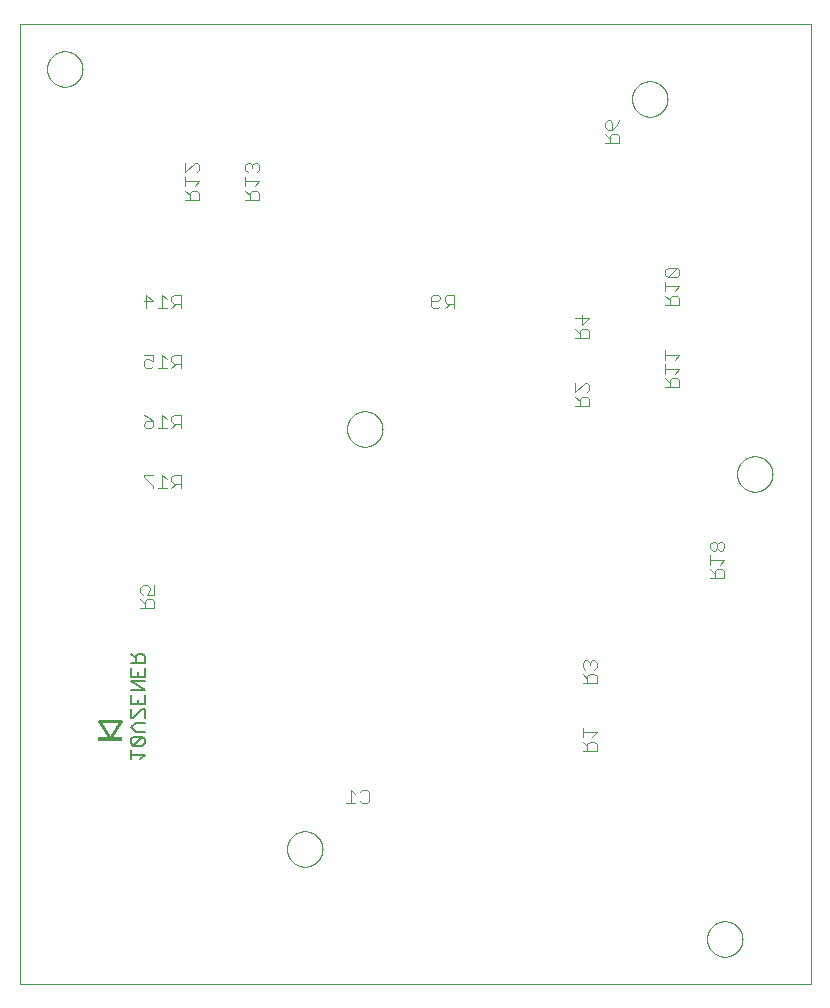
<source format=gbo>
G75*
%MOIN*%
%OFA0B0*%
%FSLAX25Y25*%
%IPPOS*%
%LPD*%
%AMOC8*
5,1,8,0,0,1.08239X$1,22.5*
%
%ADD10C,0.00000*%
%ADD11C,0.01000*%
%ADD12C,0.00500*%
%ADD13R,0.08268X0.01181*%
%ADD14C,0.00400*%
D10*
X0073539Y0010833D02*
X0073539Y0330833D01*
X0337240Y0330833D01*
X0337240Y0010833D01*
X0073539Y0010833D01*
X0162633Y0055833D02*
X0162635Y0055986D01*
X0162641Y0056140D01*
X0162651Y0056293D01*
X0162665Y0056445D01*
X0162683Y0056598D01*
X0162705Y0056749D01*
X0162730Y0056900D01*
X0162760Y0057051D01*
X0162794Y0057201D01*
X0162831Y0057349D01*
X0162872Y0057497D01*
X0162917Y0057643D01*
X0162966Y0057789D01*
X0163019Y0057933D01*
X0163075Y0058075D01*
X0163135Y0058216D01*
X0163199Y0058356D01*
X0163266Y0058494D01*
X0163337Y0058630D01*
X0163412Y0058764D01*
X0163489Y0058896D01*
X0163571Y0059026D01*
X0163655Y0059154D01*
X0163743Y0059280D01*
X0163834Y0059403D01*
X0163928Y0059524D01*
X0164026Y0059642D01*
X0164126Y0059758D01*
X0164230Y0059871D01*
X0164336Y0059982D01*
X0164445Y0060090D01*
X0164557Y0060195D01*
X0164671Y0060296D01*
X0164789Y0060395D01*
X0164908Y0060491D01*
X0165030Y0060584D01*
X0165155Y0060673D01*
X0165282Y0060760D01*
X0165411Y0060842D01*
X0165542Y0060922D01*
X0165675Y0060998D01*
X0165810Y0061071D01*
X0165947Y0061140D01*
X0166086Y0061205D01*
X0166226Y0061267D01*
X0166368Y0061325D01*
X0166511Y0061380D01*
X0166656Y0061431D01*
X0166802Y0061478D01*
X0166949Y0061521D01*
X0167097Y0061560D01*
X0167246Y0061596D01*
X0167396Y0061627D01*
X0167547Y0061655D01*
X0167698Y0061679D01*
X0167851Y0061699D01*
X0168003Y0061715D01*
X0168156Y0061727D01*
X0168309Y0061735D01*
X0168462Y0061739D01*
X0168616Y0061739D01*
X0168769Y0061735D01*
X0168922Y0061727D01*
X0169075Y0061715D01*
X0169227Y0061699D01*
X0169380Y0061679D01*
X0169531Y0061655D01*
X0169682Y0061627D01*
X0169832Y0061596D01*
X0169981Y0061560D01*
X0170129Y0061521D01*
X0170276Y0061478D01*
X0170422Y0061431D01*
X0170567Y0061380D01*
X0170710Y0061325D01*
X0170852Y0061267D01*
X0170992Y0061205D01*
X0171131Y0061140D01*
X0171268Y0061071D01*
X0171403Y0060998D01*
X0171536Y0060922D01*
X0171667Y0060842D01*
X0171796Y0060760D01*
X0171923Y0060673D01*
X0172048Y0060584D01*
X0172170Y0060491D01*
X0172289Y0060395D01*
X0172407Y0060296D01*
X0172521Y0060195D01*
X0172633Y0060090D01*
X0172742Y0059982D01*
X0172848Y0059871D01*
X0172952Y0059758D01*
X0173052Y0059642D01*
X0173150Y0059524D01*
X0173244Y0059403D01*
X0173335Y0059280D01*
X0173423Y0059154D01*
X0173507Y0059026D01*
X0173589Y0058896D01*
X0173666Y0058764D01*
X0173741Y0058630D01*
X0173812Y0058494D01*
X0173879Y0058356D01*
X0173943Y0058216D01*
X0174003Y0058075D01*
X0174059Y0057933D01*
X0174112Y0057789D01*
X0174161Y0057643D01*
X0174206Y0057497D01*
X0174247Y0057349D01*
X0174284Y0057201D01*
X0174318Y0057051D01*
X0174348Y0056900D01*
X0174373Y0056749D01*
X0174395Y0056598D01*
X0174413Y0056445D01*
X0174427Y0056293D01*
X0174437Y0056140D01*
X0174443Y0055986D01*
X0174445Y0055833D01*
X0174443Y0055680D01*
X0174437Y0055526D01*
X0174427Y0055373D01*
X0174413Y0055221D01*
X0174395Y0055068D01*
X0174373Y0054917D01*
X0174348Y0054766D01*
X0174318Y0054615D01*
X0174284Y0054465D01*
X0174247Y0054317D01*
X0174206Y0054169D01*
X0174161Y0054023D01*
X0174112Y0053877D01*
X0174059Y0053733D01*
X0174003Y0053591D01*
X0173943Y0053450D01*
X0173879Y0053310D01*
X0173812Y0053172D01*
X0173741Y0053036D01*
X0173666Y0052902D01*
X0173589Y0052770D01*
X0173507Y0052640D01*
X0173423Y0052512D01*
X0173335Y0052386D01*
X0173244Y0052263D01*
X0173150Y0052142D01*
X0173052Y0052024D01*
X0172952Y0051908D01*
X0172848Y0051795D01*
X0172742Y0051684D01*
X0172633Y0051576D01*
X0172521Y0051471D01*
X0172407Y0051370D01*
X0172289Y0051271D01*
X0172170Y0051175D01*
X0172048Y0051082D01*
X0171923Y0050993D01*
X0171796Y0050906D01*
X0171667Y0050824D01*
X0171536Y0050744D01*
X0171403Y0050668D01*
X0171268Y0050595D01*
X0171131Y0050526D01*
X0170992Y0050461D01*
X0170852Y0050399D01*
X0170710Y0050341D01*
X0170567Y0050286D01*
X0170422Y0050235D01*
X0170276Y0050188D01*
X0170129Y0050145D01*
X0169981Y0050106D01*
X0169832Y0050070D01*
X0169682Y0050039D01*
X0169531Y0050011D01*
X0169380Y0049987D01*
X0169227Y0049967D01*
X0169075Y0049951D01*
X0168922Y0049939D01*
X0168769Y0049931D01*
X0168616Y0049927D01*
X0168462Y0049927D01*
X0168309Y0049931D01*
X0168156Y0049939D01*
X0168003Y0049951D01*
X0167851Y0049967D01*
X0167698Y0049987D01*
X0167547Y0050011D01*
X0167396Y0050039D01*
X0167246Y0050070D01*
X0167097Y0050106D01*
X0166949Y0050145D01*
X0166802Y0050188D01*
X0166656Y0050235D01*
X0166511Y0050286D01*
X0166368Y0050341D01*
X0166226Y0050399D01*
X0166086Y0050461D01*
X0165947Y0050526D01*
X0165810Y0050595D01*
X0165675Y0050668D01*
X0165542Y0050744D01*
X0165411Y0050824D01*
X0165282Y0050906D01*
X0165155Y0050993D01*
X0165030Y0051082D01*
X0164908Y0051175D01*
X0164789Y0051271D01*
X0164671Y0051370D01*
X0164557Y0051471D01*
X0164445Y0051576D01*
X0164336Y0051684D01*
X0164230Y0051795D01*
X0164126Y0051908D01*
X0164026Y0052024D01*
X0163928Y0052142D01*
X0163834Y0052263D01*
X0163743Y0052386D01*
X0163655Y0052512D01*
X0163571Y0052640D01*
X0163489Y0052770D01*
X0163412Y0052902D01*
X0163337Y0053036D01*
X0163266Y0053172D01*
X0163199Y0053310D01*
X0163135Y0053450D01*
X0163075Y0053591D01*
X0163019Y0053733D01*
X0162966Y0053877D01*
X0162917Y0054023D01*
X0162872Y0054169D01*
X0162831Y0054317D01*
X0162794Y0054465D01*
X0162760Y0054615D01*
X0162730Y0054766D01*
X0162705Y0054917D01*
X0162683Y0055068D01*
X0162665Y0055221D01*
X0162651Y0055373D01*
X0162641Y0055526D01*
X0162635Y0055680D01*
X0162633Y0055833D01*
X0182633Y0195833D02*
X0182635Y0195986D01*
X0182641Y0196140D01*
X0182651Y0196293D01*
X0182665Y0196445D01*
X0182683Y0196598D01*
X0182705Y0196749D01*
X0182730Y0196900D01*
X0182760Y0197051D01*
X0182794Y0197201D01*
X0182831Y0197349D01*
X0182872Y0197497D01*
X0182917Y0197643D01*
X0182966Y0197789D01*
X0183019Y0197933D01*
X0183075Y0198075D01*
X0183135Y0198216D01*
X0183199Y0198356D01*
X0183266Y0198494D01*
X0183337Y0198630D01*
X0183412Y0198764D01*
X0183489Y0198896D01*
X0183571Y0199026D01*
X0183655Y0199154D01*
X0183743Y0199280D01*
X0183834Y0199403D01*
X0183928Y0199524D01*
X0184026Y0199642D01*
X0184126Y0199758D01*
X0184230Y0199871D01*
X0184336Y0199982D01*
X0184445Y0200090D01*
X0184557Y0200195D01*
X0184671Y0200296D01*
X0184789Y0200395D01*
X0184908Y0200491D01*
X0185030Y0200584D01*
X0185155Y0200673D01*
X0185282Y0200760D01*
X0185411Y0200842D01*
X0185542Y0200922D01*
X0185675Y0200998D01*
X0185810Y0201071D01*
X0185947Y0201140D01*
X0186086Y0201205D01*
X0186226Y0201267D01*
X0186368Y0201325D01*
X0186511Y0201380D01*
X0186656Y0201431D01*
X0186802Y0201478D01*
X0186949Y0201521D01*
X0187097Y0201560D01*
X0187246Y0201596D01*
X0187396Y0201627D01*
X0187547Y0201655D01*
X0187698Y0201679D01*
X0187851Y0201699D01*
X0188003Y0201715D01*
X0188156Y0201727D01*
X0188309Y0201735D01*
X0188462Y0201739D01*
X0188616Y0201739D01*
X0188769Y0201735D01*
X0188922Y0201727D01*
X0189075Y0201715D01*
X0189227Y0201699D01*
X0189380Y0201679D01*
X0189531Y0201655D01*
X0189682Y0201627D01*
X0189832Y0201596D01*
X0189981Y0201560D01*
X0190129Y0201521D01*
X0190276Y0201478D01*
X0190422Y0201431D01*
X0190567Y0201380D01*
X0190710Y0201325D01*
X0190852Y0201267D01*
X0190992Y0201205D01*
X0191131Y0201140D01*
X0191268Y0201071D01*
X0191403Y0200998D01*
X0191536Y0200922D01*
X0191667Y0200842D01*
X0191796Y0200760D01*
X0191923Y0200673D01*
X0192048Y0200584D01*
X0192170Y0200491D01*
X0192289Y0200395D01*
X0192407Y0200296D01*
X0192521Y0200195D01*
X0192633Y0200090D01*
X0192742Y0199982D01*
X0192848Y0199871D01*
X0192952Y0199758D01*
X0193052Y0199642D01*
X0193150Y0199524D01*
X0193244Y0199403D01*
X0193335Y0199280D01*
X0193423Y0199154D01*
X0193507Y0199026D01*
X0193589Y0198896D01*
X0193666Y0198764D01*
X0193741Y0198630D01*
X0193812Y0198494D01*
X0193879Y0198356D01*
X0193943Y0198216D01*
X0194003Y0198075D01*
X0194059Y0197933D01*
X0194112Y0197789D01*
X0194161Y0197643D01*
X0194206Y0197497D01*
X0194247Y0197349D01*
X0194284Y0197201D01*
X0194318Y0197051D01*
X0194348Y0196900D01*
X0194373Y0196749D01*
X0194395Y0196598D01*
X0194413Y0196445D01*
X0194427Y0196293D01*
X0194437Y0196140D01*
X0194443Y0195986D01*
X0194445Y0195833D01*
X0194443Y0195680D01*
X0194437Y0195526D01*
X0194427Y0195373D01*
X0194413Y0195221D01*
X0194395Y0195068D01*
X0194373Y0194917D01*
X0194348Y0194766D01*
X0194318Y0194615D01*
X0194284Y0194465D01*
X0194247Y0194317D01*
X0194206Y0194169D01*
X0194161Y0194023D01*
X0194112Y0193877D01*
X0194059Y0193733D01*
X0194003Y0193591D01*
X0193943Y0193450D01*
X0193879Y0193310D01*
X0193812Y0193172D01*
X0193741Y0193036D01*
X0193666Y0192902D01*
X0193589Y0192770D01*
X0193507Y0192640D01*
X0193423Y0192512D01*
X0193335Y0192386D01*
X0193244Y0192263D01*
X0193150Y0192142D01*
X0193052Y0192024D01*
X0192952Y0191908D01*
X0192848Y0191795D01*
X0192742Y0191684D01*
X0192633Y0191576D01*
X0192521Y0191471D01*
X0192407Y0191370D01*
X0192289Y0191271D01*
X0192170Y0191175D01*
X0192048Y0191082D01*
X0191923Y0190993D01*
X0191796Y0190906D01*
X0191667Y0190824D01*
X0191536Y0190744D01*
X0191403Y0190668D01*
X0191268Y0190595D01*
X0191131Y0190526D01*
X0190992Y0190461D01*
X0190852Y0190399D01*
X0190710Y0190341D01*
X0190567Y0190286D01*
X0190422Y0190235D01*
X0190276Y0190188D01*
X0190129Y0190145D01*
X0189981Y0190106D01*
X0189832Y0190070D01*
X0189682Y0190039D01*
X0189531Y0190011D01*
X0189380Y0189987D01*
X0189227Y0189967D01*
X0189075Y0189951D01*
X0188922Y0189939D01*
X0188769Y0189931D01*
X0188616Y0189927D01*
X0188462Y0189927D01*
X0188309Y0189931D01*
X0188156Y0189939D01*
X0188003Y0189951D01*
X0187851Y0189967D01*
X0187698Y0189987D01*
X0187547Y0190011D01*
X0187396Y0190039D01*
X0187246Y0190070D01*
X0187097Y0190106D01*
X0186949Y0190145D01*
X0186802Y0190188D01*
X0186656Y0190235D01*
X0186511Y0190286D01*
X0186368Y0190341D01*
X0186226Y0190399D01*
X0186086Y0190461D01*
X0185947Y0190526D01*
X0185810Y0190595D01*
X0185675Y0190668D01*
X0185542Y0190744D01*
X0185411Y0190824D01*
X0185282Y0190906D01*
X0185155Y0190993D01*
X0185030Y0191082D01*
X0184908Y0191175D01*
X0184789Y0191271D01*
X0184671Y0191370D01*
X0184557Y0191471D01*
X0184445Y0191576D01*
X0184336Y0191684D01*
X0184230Y0191795D01*
X0184126Y0191908D01*
X0184026Y0192024D01*
X0183928Y0192142D01*
X0183834Y0192263D01*
X0183743Y0192386D01*
X0183655Y0192512D01*
X0183571Y0192640D01*
X0183489Y0192770D01*
X0183412Y0192902D01*
X0183337Y0193036D01*
X0183266Y0193172D01*
X0183199Y0193310D01*
X0183135Y0193450D01*
X0183075Y0193591D01*
X0183019Y0193733D01*
X0182966Y0193877D01*
X0182917Y0194023D01*
X0182872Y0194169D01*
X0182831Y0194317D01*
X0182794Y0194465D01*
X0182760Y0194615D01*
X0182730Y0194766D01*
X0182705Y0194917D01*
X0182683Y0195068D01*
X0182665Y0195221D01*
X0182651Y0195373D01*
X0182641Y0195526D01*
X0182635Y0195680D01*
X0182633Y0195833D01*
X0277633Y0305833D02*
X0277635Y0305986D01*
X0277641Y0306140D01*
X0277651Y0306293D01*
X0277665Y0306445D01*
X0277683Y0306598D01*
X0277705Y0306749D01*
X0277730Y0306900D01*
X0277760Y0307051D01*
X0277794Y0307201D01*
X0277831Y0307349D01*
X0277872Y0307497D01*
X0277917Y0307643D01*
X0277966Y0307789D01*
X0278019Y0307933D01*
X0278075Y0308075D01*
X0278135Y0308216D01*
X0278199Y0308356D01*
X0278266Y0308494D01*
X0278337Y0308630D01*
X0278412Y0308764D01*
X0278489Y0308896D01*
X0278571Y0309026D01*
X0278655Y0309154D01*
X0278743Y0309280D01*
X0278834Y0309403D01*
X0278928Y0309524D01*
X0279026Y0309642D01*
X0279126Y0309758D01*
X0279230Y0309871D01*
X0279336Y0309982D01*
X0279445Y0310090D01*
X0279557Y0310195D01*
X0279671Y0310296D01*
X0279789Y0310395D01*
X0279908Y0310491D01*
X0280030Y0310584D01*
X0280155Y0310673D01*
X0280282Y0310760D01*
X0280411Y0310842D01*
X0280542Y0310922D01*
X0280675Y0310998D01*
X0280810Y0311071D01*
X0280947Y0311140D01*
X0281086Y0311205D01*
X0281226Y0311267D01*
X0281368Y0311325D01*
X0281511Y0311380D01*
X0281656Y0311431D01*
X0281802Y0311478D01*
X0281949Y0311521D01*
X0282097Y0311560D01*
X0282246Y0311596D01*
X0282396Y0311627D01*
X0282547Y0311655D01*
X0282698Y0311679D01*
X0282851Y0311699D01*
X0283003Y0311715D01*
X0283156Y0311727D01*
X0283309Y0311735D01*
X0283462Y0311739D01*
X0283616Y0311739D01*
X0283769Y0311735D01*
X0283922Y0311727D01*
X0284075Y0311715D01*
X0284227Y0311699D01*
X0284380Y0311679D01*
X0284531Y0311655D01*
X0284682Y0311627D01*
X0284832Y0311596D01*
X0284981Y0311560D01*
X0285129Y0311521D01*
X0285276Y0311478D01*
X0285422Y0311431D01*
X0285567Y0311380D01*
X0285710Y0311325D01*
X0285852Y0311267D01*
X0285992Y0311205D01*
X0286131Y0311140D01*
X0286268Y0311071D01*
X0286403Y0310998D01*
X0286536Y0310922D01*
X0286667Y0310842D01*
X0286796Y0310760D01*
X0286923Y0310673D01*
X0287048Y0310584D01*
X0287170Y0310491D01*
X0287289Y0310395D01*
X0287407Y0310296D01*
X0287521Y0310195D01*
X0287633Y0310090D01*
X0287742Y0309982D01*
X0287848Y0309871D01*
X0287952Y0309758D01*
X0288052Y0309642D01*
X0288150Y0309524D01*
X0288244Y0309403D01*
X0288335Y0309280D01*
X0288423Y0309154D01*
X0288507Y0309026D01*
X0288589Y0308896D01*
X0288666Y0308764D01*
X0288741Y0308630D01*
X0288812Y0308494D01*
X0288879Y0308356D01*
X0288943Y0308216D01*
X0289003Y0308075D01*
X0289059Y0307933D01*
X0289112Y0307789D01*
X0289161Y0307643D01*
X0289206Y0307497D01*
X0289247Y0307349D01*
X0289284Y0307201D01*
X0289318Y0307051D01*
X0289348Y0306900D01*
X0289373Y0306749D01*
X0289395Y0306598D01*
X0289413Y0306445D01*
X0289427Y0306293D01*
X0289437Y0306140D01*
X0289443Y0305986D01*
X0289445Y0305833D01*
X0289443Y0305680D01*
X0289437Y0305526D01*
X0289427Y0305373D01*
X0289413Y0305221D01*
X0289395Y0305068D01*
X0289373Y0304917D01*
X0289348Y0304766D01*
X0289318Y0304615D01*
X0289284Y0304465D01*
X0289247Y0304317D01*
X0289206Y0304169D01*
X0289161Y0304023D01*
X0289112Y0303877D01*
X0289059Y0303733D01*
X0289003Y0303591D01*
X0288943Y0303450D01*
X0288879Y0303310D01*
X0288812Y0303172D01*
X0288741Y0303036D01*
X0288666Y0302902D01*
X0288589Y0302770D01*
X0288507Y0302640D01*
X0288423Y0302512D01*
X0288335Y0302386D01*
X0288244Y0302263D01*
X0288150Y0302142D01*
X0288052Y0302024D01*
X0287952Y0301908D01*
X0287848Y0301795D01*
X0287742Y0301684D01*
X0287633Y0301576D01*
X0287521Y0301471D01*
X0287407Y0301370D01*
X0287289Y0301271D01*
X0287170Y0301175D01*
X0287048Y0301082D01*
X0286923Y0300993D01*
X0286796Y0300906D01*
X0286667Y0300824D01*
X0286536Y0300744D01*
X0286403Y0300668D01*
X0286268Y0300595D01*
X0286131Y0300526D01*
X0285992Y0300461D01*
X0285852Y0300399D01*
X0285710Y0300341D01*
X0285567Y0300286D01*
X0285422Y0300235D01*
X0285276Y0300188D01*
X0285129Y0300145D01*
X0284981Y0300106D01*
X0284832Y0300070D01*
X0284682Y0300039D01*
X0284531Y0300011D01*
X0284380Y0299987D01*
X0284227Y0299967D01*
X0284075Y0299951D01*
X0283922Y0299939D01*
X0283769Y0299931D01*
X0283616Y0299927D01*
X0283462Y0299927D01*
X0283309Y0299931D01*
X0283156Y0299939D01*
X0283003Y0299951D01*
X0282851Y0299967D01*
X0282698Y0299987D01*
X0282547Y0300011D01*
X0282396Y0300039D01*
X0282246Y0300070D01*
X0282097Y0300106D01*
X0281949Y0300145D01*
X0281802Y0300188D01*
X0281656Y0300235D01*
X0281511Y0300286D01*
X0281368Y0300341D01*
X0281226Y0300399D01*
X0281086Y0300461D01*
X0280947Y0300526D01*
X0280810Y0300595D01*
X0280675Y0300668D01*
X0280542Y0300744D01*
X0280411Y0300824D01*
X0280282Y0300906D01*
X0280155Y0300993D01*
X0280030Y0301082D01*
X0279908Y0301175D01*
X0279789Y0301271D01*
X0279671Y0301370D01*
X0279557Y0301471D01*
X0279445Y0301576D01*
X0279336Y0301684D01*
X0279230Y0301795D01*
X0279126Y0301908D01*
X0279026Y0302024D01*
X0278928Y0302142D01*
X0278834Y0302263D01*
X0278743Y0302386D01*
X0278655Y0302512D01*
X0278571Y0302640D01*
X0278489Y0302770D01*
X0278412Y0302902D01*
X0278337Y0303036D01*
X0278266Y0303172D01*
X0278199Y0303310D01*
X0278135Y0303450D01*
X0278075Y0303591D01*
X0278019Y0303733D01*
X0277966Y0303877D01*
X0277917Y0304023D01*
X0277872Y0304169D01*
X0277831Y0304317D01*
X0277794Y0304465D01*
X0277760Y0304615D01*
X0277730Y0304766D01*
X0277705Y0304917D01*
X0277683Y0305068D01*
X0277665Y0305221D01*
X0277651Y0305373D01*
X0277641Y0305526D01*
X0277635Y0305680D01*
X0277633Y0305833D01*
X0312633Y0180833D02*
X0312635Y0180986D01*
X0312641Y0181140D01*
X0312651Y0181293D01*
X0312665Y0181445D01*
X0312683Y0181598D01*
X0312705Y0181749D01*
X0312730Y0181900D01*
X0312760Y0182051D01*
X0312794Y0182201D01*
X0312831Y0182349D01*
X0312872Y0182497D01*
X0312917Y0182643D01*
X0312966Y0182789D01*
X0313019Y0182933D01*
X0313075Y0183075D01*
X0313135Y0183216D01*
X0313199Y0183356D01*
X0313266Y0183494D01*
X0313337Y0183630D01*
X0313412Y0183764D01*
X0313489Y0183896D01*
X0313571Y0184026D01*
X0313655Y0184154D01*
X0313743Y0184280D01*
X0313834Y0184403D01*
X0313928Y0184524D01*
X0314026Y0184642D01*
X0314126Y0184758D01*
X0314230Y0184871D01*
X0314336Y0184982D01*
X0314445Y0185090D01*
X0314557Y0185195D01*
X0314671Y0185296D01*
X0314789Y0185395D01*
X0314908Y0185491D01*
X0315030Y0185584D01*
X0315155Y0185673D01*
X0315282Y0185760D01*
X0315411Y0185842D01*
X0315542Y0185922D01*
X0315675Y0185998D01*
X0315810Y0186071D01*
X0315947Y0186140D01*
X0316086Y0186205D01*
X0316226Y0186267D01*
X0316368Y0186325D01*
X0316511Y0186380D01*
X0316656Y0186431D01*
X0316802Y0186478D01*
X0316949Y0186521D01*
X0317097Y0186560D01*
X0317246Y0186596D01*
X0317396Y0186627D01*
X0317547Y0186655D01*
X0317698Y0186679D01*
X0317851Y0186699D01*
X0318003Y0186715D01*
X0318156Y0186727D01*
X0318309Y0186735D01*
X0318462Y0186739D01*
X0318616Y0186739D01*
X0318769Y0186735D01*
X0318922Y0186727D01*
X0319075Y0186715D01*
X0319227Y0186699D01*
X0319380Y0186679D01*
X0319531Y0186655D01*
X0319682Y0186627D01*
X0319832Y0186596D01*
X0319981Y0186560D01*
X0320129Y0186521D01*
X0320276Y0186478D01*
X0320422Y0186431D01*
X0320567Y0186380D01*
X0320710Y0186325D01*
X0320852Y0186267D01*
X0320992Y0186205D01*
X0321131Y0186140D01*
X0321268Y0186071D01*
X0321403Y0185998D01*
X0321536Y0185922D01*
X0321667Y0185842D01*
X0321796Y0185760D01*
X0321923Y0185673D01*
X0322048Y0185584D01*
X0322170Y0185491D01*
X0322289Y0185395D01*
X0322407Y0185296D01*
X0322521Y0185195D01*
X0322633Y0185090D01*
X0322742Y0184982D01*
X0322848Y0184871D01*
X0322952Y0184758D01*
X0323052Y0184642D01*
X0323150Y0184524D01*
X0323244Y0184403D01*
X0323335Y0184280D01*
X0323423Y0184154D01*
X0323507Y0184026D01*
X0323589Y0183896D01*
X0323666Y0183764D01*
X0323741Y0183630D01*
X0323812Y0183494D01*
X0323879Y0183356D01*
X0323943Y0183216D01*
X0324003Y0183075D01*
X0324059Y0182933D01*
X0324112Y0182789D01*
X0324161Y0182643D01*
X0324206Y0182497D01*
X0324247Y0182349D01*
X0324284Y0182201D01*
X0324318Y0182051D01*
X0324348Y0181900D01*
X0324373Y0181749D01*
X0324395Y0181598D01*
X0324413Y0181445D01*
X0324427Y0181293D01*
X0324437Y0181140D01*
X0324443Y0180986D01*
X0324445Y0180833D01*
X0324443Y0180680D01*
X0324437Y0180526D01*
X0324427Y0180373D01*
X0324413Y0180221D01*
X0324395Y0180068D01*
X0324373Y0179917D01*
X0324348Y0179766D01*
X0324318Y0179615D01*
X0324284Y0179465D01*
X0324247Y0179317D01*
X0324206Y0179169D01*
X0324161Y0179023D01*
X0324112Y0178877D01*
X0324059Y0178733D01*
X0324003Y0178591D01*
X0323943Y0178450D01*
X0323879Y0178310D01*
X0323812Y0178172D01*
X0323741Y0178036D01*
X0323666Y0177902D01*
X0323589Y0177770D01*
X0323507Y0177640D01*
X0323423Y0177512D01*
X0323335Y0177386D01*
X0323244Y0177263D01*
X0323150Y0177142D01*
X0323052Y0177024D01*
X0322952Y0176908D01*
X0322848Y0176795D01*
X0322742Y0176684D01*
X0322633Y0176576D01*
X0322521Y0176471D01*
X0322407Y0176370D01*
X0322289Y0176271D01*
X0322170Y0176175D01*
X0322048Y0176082D01*
X0321923Y0175993D01*
X0321796Y0175906D01*
X0321667Y0175824D01*
X0321536Y0175744D01*
X0321403Y0175668D01*
X0321268Y0175595D01*
X0321131Y0175526D01*
X0320992Y0175461D01*
X0320852Y0175399D01*
X0320710Y0175341D01*
X0320567Y0175286D01*
X0320422Y0175235D01*
X0320276Y0175188D01*
X0320129Y0175145D01*
X0319981Y0175106D01*
X0319832Y0175070D01*
X0319682Y0175039D01*
X0319531Y0175011D01*
X0319380Y0174987D01*
X0319227Y0174967D01*
X0319075Y0174951D01*
X0318922Y0174939D01*
X0318769Y0174931D01*
X0318616Y0174927D01*
X0318462Y0174927D01*
X0318309Y0174931D01*
X0318156Y0174939D01*
X0318003Y0174951D01*
X0317851Y0174967D01*
X0317698Y0174987D01*
X0317547Y0175011D01*
X0317396Y0175039D01*
X0317246Y0175070D01*
X0317097Y0175106D01*
X0316949Y0175145D01*
X0316802Y0175188D01*
X0316656Y0175235D01*
X0316511Y0175286D01*
X0316368Y0175341D01*
X0316226Y0175399D01*
X0316086Y0175461D01*
X0315947Y0175526D01*
X0315810Y0175595D01*
X0315675Y0175668D01*
X0315542Y0175744D01*
X0315411Y0175824D01*
X0315282Y0175906D01*
X0315155Y0175993D01*
X0315030Y0176082D01*
X0314908Y0176175D01*
X0314789Y0176271D01*
X0314671Y0176370D01*
X0314557Y0176471D01*
X0314445Y0176576D01*
X0314336Y0176684D01*
X0314230Y0176795D01*
X0314126Y0176908D01*
X0314026Y0177024D01*
X0313928Y0177142D01*
X0313834Y0177263D01*
X0313743Y0177386D01*
X0313655Y0177512D01*
X0313571Y0177640D01*
X0313489Y0177770D01*
X0313412Y0177902D01*
X0313337Y0178036D01*
X0313266Y0178172D01*
X0313199Y0178310D01*
X0313135Y0178450D01*
X0313075Y0178591D01*
X0313019Y0178733D01*
X0312966Y0178877D01*
X0312917Y0179023D01*
X0312872Y0179169D01*
X0312831Y0179317D01*
X0312794Y0179465D01*
X0312760Y0179615D01*
X0312730Y0179766D01*
X0312705Y0179917D01*
X0312683Y0180068D01*
X0312665Y0180221D01*
X0312651Y0180373D01*
X0312641Y0180526D01*
X0312635Y0180680D01*
X0312633Y0180833D01*
X0302633Y0025833D02*
X0302635Y0025986D01*
X0302641Y0026140D01*
X0302651Y0026293D01*
X0302665Y0026445D01*
X0302683Y0026598D01*
X0302705Y0026749D01*
X0302730Y0026900D01*
X0302760Y0027051D01*
X0302794Y0027201D01*
X0302831Y0027349D01*
X0302872Y0027497D01*
X0302917Y0027643D01*
X0302966Y0027789D01*
X0303019Y0027933D01*
X0303075Y0028075D01*
X0303135Y0028216D01*
X0303199Y0028356D01*
X0303266Y0028494D01*
X0303337Y0028630D01*
X0303412Y0028764D01*
X0303489Y0028896D01*
X0303571Y0029026D01*
X0303655Y0029154D01*
X0303743Y0029280D01*
X0303834Y0029403D01*
X0303928Y0029524D01*
X0304026Y0029642D01*
X0304126Y0029758D01*
X0304230Y0029871D01*
X0304336Y0029982D01*
X0304445Y0030090D01*
X0304557Y0030195D01*
X0304671Y0030296D01*
X0304789Y0030395D01*
X0304908Y0030491D01*
X0305030Y0030584D01*
X0305155Y0030673D01*
X0305282Y0030760D01*
X0305411Y0030842D01*
X0305542Y0030922D01*
X0305675Y0030998D01*
X0305810Y0031071D01*
X0305947Y0031140D01*
X0306086Y0031205D01*
X0306226Y0031267D01*
X0306368Y0031325D01*
X0306511Y0031380D01*
X0306656Y0031431D01*
X0306802Y0031478D01*
X0306949Y0031521D01*
X0307097Y0031560D01*
X0307246Y0031596D01*
X0307396Y0031627D01*
X0307547Y0031655D01*
X0307698Y0031679D01*
X0307851Y0031699D01*
X0308003Y0031715D01*
X0308156Y0031727D01*
X0308309Y0031735D01*
X0308462Y0031739D01*
X0308616Y0031739D01*
X0308769Y0031735D01*
X0308922Y0031727D01*
X0309075Y0031715D01*
X0309227Y0031699D01*
X0309380Y0031679D01*
X0309531Y0031655D01*
X0309682Y0031627D01*
X0309832Y0031596D01*
X0309981Y0031560D01*
X0310129Y0031521D01*
X0310276Y0031478D01*
X0310422Y0031431D01*
X0310567Y0031380D01*
X0310710Y0031325D01*
X0310852Y0031267D01*
X0310992Y0031205D01*
X0311131Y0031140D01*
X0311268Y0031071D01*
X0311403Y0030998D01*
X0311536Y0030922D01*
X0311667Y0030842D01*
X0311796Y0030760D01*
X0311923Y0030673D01*
X0312048Y0030584D01*
X0312170Y0030491D01*
X0312289Y0030395D01*
X0312407Y0030296D01*
X0312521Y0030195D01*
X0312633Y0030090D01*
X0312742Y0029982D01*
X0312848Y0029871D01*
X0312952Y0029758D01*
X0313052Y0029642D01*
X0313150Y0029524D01*
X0313244Y0029403D01*
X0313335Y0029280D01*
X0313423Y0029154D01*
X0313507Y0029026D01*
X0313589Y0028896D01*
X0313666Y0028764D01*
X0313741Y0028630D01*
X0313812Y0028494D01*
X0313879Y0028356D01*
X0313943Y0028216D01*
X0314003Y0028075D01*
X0314059Y0027933D01*
X0314112Y0027789D01*
X0314161Y0027643D01*
X0314206Y0027497D01*
X0314247Y0027349D01*
X0314284Y0027201D01*
X0314318Y0027051D01*
X0314348Y0026900D01*
X0314373Y0026749D01*
X0314395Y0026598D01*
X0314413Y0026445D01*
X0314427Y0026293D01*
X0314437Y0026140D01*
X0314443Y0025986D01*
X0314445Y0025833D01*
X0314443Y0025680D01*
X0314437Y0025526D01*
X0314427Y0025373D01*
X0314413Y0025221D01*
X0314395Y0025068D01*
X0314373Y0024917D01*
X0314348Y0024766D01*
X0314318Y0024615D01*
X0314284Y0024465D01*
X0314247Y0024317D01*
X0314206Y0024169D01*
X0314161Y0024023D01*
X0314112Y0023877D01*
X0314059Y0023733D01*
X0314003Y0023591D01*
X0313943Y0023450D01*
X0313879Y0023310D01*
X0313812Y0023172D01*
X0313741Y0023036D01*
X0313666Y0022902D01*
X0313589Y0022770D01*
X0313507Y0022640D01*
X0313423Y0022512D01*
X0313335Y0022386D01*
X0313244Y0022263D01*
X0313150Y0022142D01*
X0313052Y0022024D01*
X0312952Y0021908D01*
X0312848Y0021795D01*
X0312742Y0021684D01*
X0312633Y0021576D01*
X0312521Y0021471D01*
X0312407Y0021370D01*
X0312289Y0021271D01*
X0312170Y0021175D01*
X0312048Y0021082D01*
X0311923Y0020993D01*
X0311796Y0020906D01*
X0311667Y0020824D01*
X0311536Y0020744D01*
X0311403Y0020668D01*
X0311268Y0020595D01*
X0311131Y0020526D01*
X0310992Y0020461D01*
X0310852Y0020399D01*
X0310710Y0020341D01*
X0310567Y0020286D01*
X0310422Y0020235D01*
X0310276Y0020188D01*
X0310129Y0020145D01*
X0309981Y0020106D01*
X0309832Y0020070D01*
X0309682Y0020039D01*
X0309531Y0020011D01*
X0309380Y0019987D01*
X0309227Y0019967D01*
X0309075Y0019951D01*
X0308922Y0019939D01*
X0308769Y0019931D01*
X0308616Y0019927D01*
X0308462Y0019927D01*
X0308309Y0019931D01*
X0308156Y0019939D01*
X0308003Y0019951D01*
X0307851Y0019967D01*
X0307698Y0019987D01*
X0307547Y0020011D01*
X0307396Y0020039D01*
X0307246Y0020070D01*
X0307097Y0020106D01*
X0306949Y0020145D01*
X0306802Y0020188D01*
X0306656Y0020235D01*
X0306511Y0020286D01*
X0306368Y0020341D01*
X0306226Y0020399D01*
X0306086Y0020461D01*
X0305947Y0020526D01*
X0305810Y0020595D01*
X0305675Y0020668D01*
X0305542Y0020744D01*
X0305411Y0020824D01*
X0305282Y0020906D01*
X0305155Y0020993D01*
X0305030Y0021082D01*
X0304908Y0021175D01*
X0304789Y0021271D01*
X0304671Y0021370D01*
X0304557Y0021471D01*
X0304445Y0021576D01*
X0304336Y0021684D01*
X0304230Y0021795D01*
X0304126Y0021908D01*
X0304026Y0022024D01*
X0303928Y0022142D01*
X0303834Y0022263D01*
X0303743Y0022386D01*
X0303655Y0022512D01*
X0303571Y0022640D01*
X0303489Y0022770D01*
X0303412Y0022902D01*
X0303337Y0023036D01*
X0303266Y0023172D01*
X0303199Y0023310D01*
X0303135Y0023450D01*
X0303075Y0023591D01*
X0303019Y0023733D01*
X0302966Y0023877D01*
X0302917Y0024023D01*
X0302872Y0024169D01*
X0302831Y0024317D01*
X0302794Y0024465D01*
X0302760Y0024615D01*
X0302730Y0024766D01*
X0302705Y0024917D01*
X0302683Y0025068D01*
X0302665Y0025221D01*
X0302651Y0025373D01*
X0302641Y0025526D01*
X0302635Y0025680D01*
X0302633Y0025833D01*
X0082633Y0315833D02*
X0082635Y0315986D01*
X0082641Y0316140D01*
X0082651Y0316293D01*
X0082665Y0316445D01*
X0082683Y0316598D01*
X0082705Y0316749D01*
X0082730Y0316900D01*
X0082760Y0317051D01*
X0082794Y0317201D01*
X0082831Y0317349D01*
X0082872Y0317497D01*
X0082917Y0317643D01*
X0082966Y0317789D01*
X0083019Y0317933D01*
X0083075Y0318075D01*
X0083135Y0318216D01*
X0083199Y0318356D01*
X0083266Y0318494D01*
X0083337Y0318630D01*
X0083412Y0318764D01*
X0083489Y0318896D01*
X0083571Y0319026D01*
X0083655Y0319154D01*
X0083743Y0319280D01*
X0083834Y0319403D01*
X0083928Y0319524D01*
X0084026Y0319642D01*
X0084126Y0319758D01*
X0084230Y0319871D01*
X0084336Y0319982D01*
X0084445Y0320090D01*
X0084557Y0320195D01*
X0084671Y0320296D01*
X0084789Y0320395D01*
X0084908Y0320491D01*
X0085030Y0320584D01*
X0085155Y0320673D01*
X0085282Y0320760D01*
X0085411Y0320842D01*
X0085542Y0320922D01*
X0085675Y0320998D01*
X0085810Y0321071D01*
X0085947Y0321140D01*
X0086086Y0321205D01*
X0086226Y0321267D01*
X0086368Y0321325D01*
X0086511Y0321380D01*
X0086656Y0321431D01*
X0086802Y0321478D01*
X0086949Y0321521D01*
X0087097Y0321560D01*
X0087246Y0321596D01*
X0087396Y0321627D01*
X0087547Y0321655D01*
X0087698Y0321679D01*
X0087851Y0321699D01*
X0088003Y0321715D01*
X0088156Y0321727D01*
X0088309Y0321735D01*
X0088462Y0321739D01*
X0088616Y0321739D01*
X0088769Y0321735D01*
X0088922Y0321727D01*
X0089075Y0321715D01*
X0089227Y0321699D01*
X0089380Y0321679D01*
X0089531Y0321655D01*
X0089682Y0321627D01*
X0089832Y0321596D01*
X0089981Y0321560D01*
X0090129Y0321521D01*
X0090276Y0321478D01*
X0090422Y0321431D01*
X0090567Y0321380D01*
X0090710Y0321325D01*
X0090852Y0321267D01*
X0090992Y0321205D01*
X0091131Y0321140D01*
X0091268Y0321071D01*
X0091403Y0320998D01*
X0091536Y0320922D01*
X0091667Y0320842D01*
X0091796Y0320760D01*
X0091923Y0320673D01*
X0092048Y0320584D01*
X0092170Y0320491D01*
X0092289Y0320395D01*
X0092407Y0320296D01*
X0092521Y0320195D01*
X0092633Y0320090D01*
X0092742Y0319982D01*
X0092848Y0319871D01*
X0092952Y0319758D01*
X0093052Y0319642D01*
X0093150Y0319524D01*
X0093244Y0319403D01*
X0093335Y0319280D01*
X0093423Y0319154D01*
X0093507Y0319026D01*
X0093589Y0318896D01*
X0093666Y0318764D01*
X0093741Y0318630D01*
X0093812Y0318494D01*
X0093879Y0318356D01*
X0093943Y0318216D01*
X0094003Y0318075D01*
X0094059Y0317933D01*
X0094112Y0317789D01*
X0094161Y0317643D01*
X0094206Y0317497D01*
X0094247Y0317349D01*
X0094284Y0317201D01*
X0094318Y0317051D01*
X0094348Y0316900D01*
X0094373Y0316749D01*
X0094395Y0316598D01*
X0094413Y0316445D01*
X0094427Y0316293D01*
X0094437Y0316140D01*
X0094443Y0315986D01*
X0094445Y0315833D01*
X0094443Y0315680D01*
X0094437Y0315526D01*
X0094427Y0315373D01*
X0094413Y0315221D01*
X0094395Y0315068D01*
X0094373Y0314917D01*
X0094348Y0314766D01*
X0094318Y0314615D01*
X0094284Y0314465D01*
X0094247Y0314317D01*
X0094206Y0314169D01*
X0094161Y0314023D01*
X0094112Y0313877D01*
X0094059Y0313733D01*
X0094003Y0313591D01*
X0093943Y0313450D01*
X0093879Y0313310D01*
X0093812Y0313172D01*
X0093741Y0313036D01*
X0093666Y0312902D01*
X0093589Y0312770D01*
X0093507Y0312640D01*
X0093423Y0312512D01*
X0093335Y0312386D01*
X0093244Y0312263D01*
X0093150Y0312142D01*
X0093052Y0312024D01*
X0092952Y0311908D01*
X0092848Y0311795D01*
X0092742Y0311684D01*
X0092633Y0311576D01*
X0092521Y0311471D01*
X0092407Y0311370D01*
X0092289Y0311271D01*
X0092170Y0311175D01*
X0092048Y0311082D01*
X0091923Y0310993D01*
X0091796Y0310906D01*
X0091667Y0310824D01*
X0091536Y0310744D01*
X0091403Y0310668D01*
X0091268Y0310595D01*
X0091131Y0310526D01*
X0090992Y0310461D01*
X0090852Y0310399D01*
X0090710Y0310341D01*
X0090567Y0310286D01*
X0090422Y0310235D01*
X0090276Y0310188D01*
X0090129Y0310145D01*
X0089981Y0310106D01*
X0089832Y0310070D01*
X0089682Y0310039D01*
X0089531Y0310011D01*
X0089380Y0309987D01*
X0089227Y0309967D01*
X0089075Y0309951D01*
X0088922Y0309939D01*
X0088769Y0309931D01*
X0088616Y0309927D01*
X0088462Y0309927D01*
X0088309Y0309931D01*
X0088156Y0309939D01*
X0088003Y0309951D01*
X0087851Y0309967D01*
X0087698Y0309987D01*
X0087547Y0310011D01*
X0087396Y0310039D01*
X0087246Y0310070D01*
X0087097Y0310106D01*
X0086949Y0310145D01*
X0086802Y0310188D01*
X0086656Y0310235D01*
X0086511Y0310286D01*
X0086368Y0310341D01*
X0086226Y0310399D01*
X0086086Y0310461D01*
X0085947Y0310526D01*
X0085810Y0310595D01*
X0085675Y0310668D01*
X0085542Y0310744D01*
X0085411Y0310824D01*
X0085282Y0310906D01*
X0085155Y0310993D01*
X0085030Y0311082D01*
X0084908Y0311175D01*
X0084789Y0311271D01*
X0084671Y0311370D01*
X0084557Y0311471D01*
X0084445Y0311576D01*
X0084336Y0311684D01*
X0084230Y0311795D01*
X0084126Y0311908D01*
X0084026Y0312024D01*
X0083928Y0312142D01*
X0083834Y0312263D01*
X0083743Y0312386D01*
X0083655Y0312512D01*
X0083571Y0312640D01*
X0083489Y0312770D01*
X0083412Y0312902D01*
X0083337Y0313036D01*
X0083266Y0313172D01*
X0083199Y0313310D01*
X0083135Y0313450D01*
X0083075Y0313591D01*
X0083019Y0313733D01*
X0082966Y0313877D01*
X0082917Y0314023D01*
X0082872Y0314169D01*
X0082831Y0314317D01*
X0082794Y0314465D01*
X0082760Y0314615D01*
X0082730Y0314766D01*
X0082705Y0314917D01*
X0082683Y0315068D01*
X0082665Y0315221D01*
X0082651Y0315373D01*
X0082641Y0315526D01*
X0082635Y0315680D01*
X0082633Y0315833D01*
D11*
X0099799Y0098392D02*
X0103539Y0092684D01*
X0107279Y0098392D01*
X0099799Y0098392D01*
D12*
X0110624Y0099501D02*
X0110624Y0102504D01*
X0110624Y0104105D02*
X0110624Y0107108D01*
X0110624Y0108709D02*
X0115128Y0108709D01*
X0110624Y0111712D01*
X0115128Y0111712D01*
X0115128Y0113313D02*
X0110624Y0113313D01*
X0110624Y0116316D01*
X0110624Y0117917D02*
X0115128Y0117917D01*
X0115128Y0120169D01*
X0114377Y0120920D01*
X0112876Y0120920D01*
X0112125Y0120169D01*
X0112125Y0117917D01*
X0112125Y0119418D02*
X0110624Y0120920D01*
X0115128Y0116316D02*
X0115128Y0113313D01*
X0112876Y0113313D02*
X0112876Y0114814D01*
X0115128Y0107108D02*
X0115128Y0104105D01*
X0110624Y0104105D01*
X0112876Y0104105D02*
X0112876Y0105607D01*
X0114377Y0102504D02*
X0111374Y0099501D01*
X0110624Y0099501D01*
X0112125Y0097900D02*
X0115128Y0097900D01*
X0115128Y0099501D02*
X0115128Y0102504D01*
X0114377Y0102504D01*
X0112125Y0097900D02*
X0110624Y0096399D01*
X0112125Y0094897D01*
X0115128Y0094897D01*
X0114377Y0093296D02*
X0111374Y0090294D01*
X0110624Y0091044D01*
X0110624Y0092545D01*
X0111374Y0093296D01*
X0114377Y0093296D01*
X0115128Y0092545D01*
X0115128Y0091044D01*
X0114377Y0090294D01*
X0111374Y0090294D01*
X0110624Y0088692D02*
X0110624Y0085690D01*
X0110624Y0087191D02*
X0115128Y0087191D01*
X0113626Y0085690D01*
D13*
X0103539Y0092487D03*
D14*
X0113739Y0136033D02*
X0118343Y0136033D01*
X0118343Y0138335D01*
X0117576Y0139103D01*
X0116041Y0139103D01*
X0115274Y0138335D01*
X0115274Y0136033D01*
X0115274Y0137568D02*
X0113739Y0139103D01*
X0114506Y0140637D02*
X0113739Y0141405D01*
X0113739Y0142939D01*
X0114506Y0143707D01*
X0116041Y0143707D01*
X0116808Y0142939D01*
X0116808Y0142172D01*
X0116041Y0140637D01*
X0118343Y0140637D01*
X0118343Y0143707D01*
X0117943Y0176033D02*
X0117943Y0176801D01*
X0114874Y0179870D01*
X0114874Y0180637D01*
X0117943Y0180637D01*
X0121012Y0180637D02*
X0121012Y0176033D01*
X0119478Y0176033D02*
X0122547Y0176033D01*
X0124082Y0176033D02*
X0125616Y0177568D01*
X0124849Y0177568D02*
X0127151Y0177568D01*
X0127151Y0176033D02*
X0127151Y0180637D01*
X0124849Y0180637D01*
X0124082Y0179870D01*
X0124082Y0178335D01*
X0124849Y0177568D01*
X0122547Y0179103D02*
X0121012Y0180637D01*
X0121012Y0196033D02*
X0121012Y0200637D01*
X0122547Y0199103D01*
X0124082Y0199870D02*
X0124082Y0198335D01*
X0124849Y0197568D01*
X0127151Y0197568D01*
X0125616Y0197568D02*
X0124082Y0196033D01*
X0122547Y0196033D02*
X0119478Y0196033D01*
X0117943Y0196801D02*
X0117943Y0198335D01*
X0115641Y0198335D01*
X0114874Y0197568D01*
X0114874Y0196801D01*
X0115641Y0196033D01*
X0117176Y0196033D01*
X0117943Y0196801D01*
X0117943Y0198335D02*
X0116409Y0199870D01*
X0114874Y0200637D01*
X0124082Y0199870D02*
X0124849Y0200637D01*
X0127151Y0200637D01*
X0127151Y0196033D01*
X0127151Y0216033D02*
X0127151Y0220637D01*
X0124849Y0220637D01*
X0124082Y0219870D01*
X0124082Y0218335D01*
X0124849Y0217568D01*
X0127151Y0217568D01*
X0125616Y0217568D02*
X0124082Y0216033D01*
X0122547Y0216033D02*
X0119478Y0216033D01*
X0121012Y0216033D02*
X0121012Y0220637D01*
X0122547Y0219103D01*
X0117943Y0218335D02*
X0116409Y0219103D01*
X0115641Y0219103D01*
X0114874Y0218335D01*
X0114874Y0216801D01*
X0115641Y0216033D01*
X0117176Y0216033D01*
X0117943Y0216801D01*
X0117943Y0218335D02*
X0117943Y0220637D01*
X0114874Y0220637D01*
X0115641Y0236033D02*
X0115641Y0240637D01*
X0117943Y0238335D01*
X0114874Y0238335D01*
X0119478Y0236033D02*
X0122547Y0236033D01*
X0121012Y0236033D02*
X0121012Y0240637D01*
X0122547Y0239103D01*
X0124082Y0239870D02*
X0124082Y0238335D01*
X0124849Y0237568D01*
X0127151Y0237568D01*
X0125616Y0237568D02*
X0124082Y0236033D01*
X0127151Y0236033D02*
X0127151Y0240637D01*
X0124849Y0240637D01*
X0124082Y0239870D01*
X0128739Y0272222D02*
X0133343Y0272222D01*
X0133343Y0274523D01*
X0132576Y0275291D01*
X0131041Y0275291D01*
X0130274Y0274523D01*
X0130274Y0272222D01*
X0130274Y0273756D02*
X0128739Y0275291D01*
X0128739Y0276825D02*
X0128739Y0279895D01*
X0128739Y0281429D02*
X0131808Y0284499D01*
X0132576Y0284499D01*
X0133343Y0283731D01*
X0133343Y0282197D01*
X0132576Y0281429D01*
X0133343Y0278360D02*
X0128739Y0278360D01*
X0128739Y0281429D02*
X0128739Y0284499D01*
X0133343Y0278360D02*
X0131808Y0276825D01*
X0148739Y0276825D02*
X0148739Y0279895D01*
X0148739Y0278360D02*
X0153343Y0278360D01*
X0151808Y0276825D01*
X0151041Y0275291D02*
X0150274Y0274523D01*
X0150274Y0272222D01*
X0150274Y0273756D02*
X0148739Y0275291D01*
X0151041Y0275291D02*
X0152576Y0275291D01*
X0153343Y0274523D01*
X0153343Y0272222D01*
X0148739Y0272222D01*
X0149506Y0281429D02*
X0148739Y0282197D01*
X0148739Y0283731D01*
X0149506Y0284499D01*
X0150274Y0284499D01*
X0151041Y0283731D01*
X0151041Y0282964D01*
X0151041Y0283731D02*
X0151808Y0284499D01*
X0152576Y0284499D01*
X0153343Y0283731D01*
X0153343Y0282197D01*
X0152576Y0281429D01*
X0210666Y0239870D02*
X0210666Y0236801D01*
X0211433Y0236033D01*
X0212968Y0236033D01*
X0213735Y0236801D01*
X0212968Y0238335D02*
X0210666Y0238335D01*
X0210666Y0239870D02*
X0211433Y0240637D01*
X0212968Y0240637D01*
X0213735Y0239870D01*
X0213735Y0239103D01*
X0212968Y0238335D01*
X0215270Y0238335D02*
X0215270Y0239870D01*
X0216037Y0240637D01*
X0218339Y0240637D01*
X0218339Y0236033D01*
X0218339Y0237568D02*
X0216037Y0237568D01*
X0215270Y0238335D01*
X0216805Y0237568D02*
X0215270Y0236033D01*
X0258739Y0232939D02*
X0263343Y0232939D01*
X0261041Y0230637D01*
X0261041Y0233707D01*
X0261041Y0229103D02*
X0260274Y0228335D01*
X0260274Y0226033D01*
X0258739Y0226033D02*
X0263343Y0226033D01*
X0263343Y0228335D01*
X0262576Y0229103D01*
X0261041Y0229103D01*
X0260274Y0227568D02*
X0258739Y0229103D01*
X0258739Y0211207D02*
X0258739Y0208137D01*
X0261808Y0211207D01*
X0262576Y0211207D01*
X0263343Y0210439D01*
X0263343Y0208905D01*
X0262576Y0208137D01*
X0262576Y0206603D02*
X0261041Y0206603D01*
X0260274Y0205835D01*
X0260274Y0203533D01*
X0258739Y0203533D02*
X0263343Y0203533D01*
X0263343Y0205835D01*
X0262576Y0206603D01*
X0260274Y0205068D02*
X0258739Y0206603D01*
X0288739Y0209722D02*
X0293343Y0209722D01*
X0293343Y0212023D01*
X0292576Y0212791D01*
X0291041Y0212791D01*
X0290274Y0212023D01*
X0290274Y0209722D01*
X0290274Y0211256D02*
X0288739Y0212791D01*
X0288739Y0214325D02*
X0288739Y0217395D01*
X0288739Y0218929D02*
X0288739Y0221999D01*
X0288739Y0220464D02*
X0293343Y0220464D01*
X0291808Y0218929D01*
X0293343Y0215860D02*
X0288739Y0215860D01*
X0291808Y0214325D02*
X0293343Y0215860D01*
X0293343Y0237222D02*
X0288739Y0237222D01*
X0290274Y0237222D02*
X0290274Y0239523D01*
X0291041Y0240291D01*
X0292576Y0240291D01*
X0293343Y0239523D01*
X0293343Y0237222D01*
X0290274Y0238756D02*
X0288739Y0240291D01*
X0288739Y0241825D02*
X0288739Y0244895D01*
X0288739Y0243360D02*
X0293343Y0243360D01*
X0291808Y0241825D01*
X0292576Y0246429D02*
X0289506Y0246429D01*
X0292576Y0249499D01*
X0289506Y0249499D01*
X0288739Y0248731D01*
X0288739Y0247197D01*
X0289506Y0246429D01*
X0292576Y0246429D02*
X0293343Y0247197D01*
X0293343Y0248731D01*
X0292576Y0249499D01*
X0273343Y0291033D02*
X0268739Y0291033D01*
X0270274Y0291033D02*
X0270274Y0293335D01*
X0271041Y0294103D01*
X0272576Y0294103D01*
X0273343Y0293335D01*
X0273343Y0291033D01*
X0270274Y0292568D02*
X0268739Y0294103D01*
X0269506Y0295637D02*
X0268739Y0296405D01*
X0268739Y0297939D01*
X0269506Y0298707D01*
X0270274Y0298707D01*
X0271041Y0297939D01*
X0271041Y0295637D01*
X0269506Y0295637D01*
X0271041Y0295637D02*
X0272576Y0297172D01*
X0273343Y0298707D01*
X0304506Y0158310D02*
X0303739Y0157543D01*
X0303739Y0156008D01*
X0304506Y0155241D01*
X0305274Y0155241D01*
X0306041Y0156008D01*
X0306041Y0157543D01*
X0305274Y0158310D01*
X0304506Y0158310D01*
X0306041Y0157543D02*
X0306808Y0158310D01*
X0307576Y0158310D01*
X0308343Y0157543D01*
X0308343Y0156008D01*
X0307576Y0155241D01*
X0306808Y0155241D01*
X0306041Y0156008D01*
X0303739Y0153707D02*
X0303739Y0150637D01*
X0303739Y0149103D02*
X0305274Y0147568D01*
X0305274Y0148335D02*
X0305274Y0146033D01*
X0303739Y0146033D02*
X0308343Y0146033D01*
X0308343Y0148335D01*
X0307576Y0149103D01*
X0306041Y0149103D01*
X0305274Y0148335D01*
X0306808Y0150637D02*
X0308343Y0152172D01*
X0303739Y0152172D01*
X0265843Y0117939D02*
X0265076Y0118707D01*
X0264308Y0118707D01*
X0263541Y0117939D01*
X0262774Y0118707D01*
X0262006Y0118707D01*
X0261239Y0117939D01*
X0261239Y0116405D01*
X0262006Y0115637D01*
X0261239Y0114103D02*
X0262774Y0112568D01*
X0262774Y0113335D02*
X0262774Y0111033D01*
X0261239Y0111033D02*
X0265843Y0111033D01*
X0265843Y0113335D01*
X0265076Y0114103D01*
X0263541Y0114103D01*
X0262774Y0113335D01*
X0265076Y0115637D02*
X0265843Y0116405D01*
X0265843Y0117939D01*
X0263541Y0117939D02*
X0263541Y0117172D01*
X0261239Y0096207D02*
X0261239Y0093137D01*
X0261239Y0091603D02*
X0262774Y0090068D01*
X0262774Y0090835D02*
X0262774Y0088533D01*
X0261239Y0088533D02*
X0265843Y0088533D01*
X0265843Y0090835D01*
X0265076Y0091603D01*
X0263541Y0091603D01*
X0262774Y0090835D01*
X0264308Y0093137D02*
X0265843Y0094672D01*
X0261239Y0094672D01*
X0190047Y0074870D02*
X0190047Y0071801D01*
X0189280Y0071033D01*
X0187745Y0071033D01*
X0186978Y0071801D01*
X0185443Y0071033D02*
X0182374Y0071033D01*
X0183908Y0071033D02*
X0183908Y0075637D01*
X0185443Y0074103D01*
X0186978Y0074870D02*
X0187745Y0075637D01*
X0189280Y0075637D01*
X0190047Y0074870D01*
M02*

</source>
